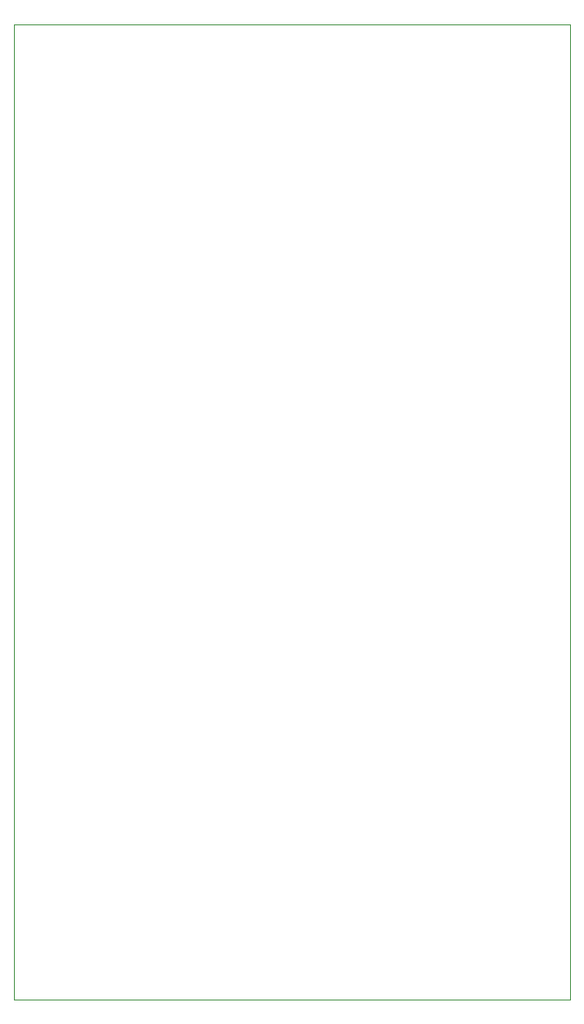
<source format=gbr>
G04 #@! TF.GenerationSoftware,KiCad,Pcbnew,(5.1.0)-1*
G04 #@! TF.CreationDate,2019-11-06T10:51:47-08:00*
G04 #@! TF.ProjectId,SLS_rev1,534c535f-7265-4763-912e-6b696361645f,rev?*
G04 #@! TF.SameCoordinates,Original*
G04 #@! TF.FileFunction,Profile,NP*
%FSLAX46Y46*%
G04 Gerber Fmt 4.6, Leading zero omitted, Abs format (unit mm)*
G04 Created by KiCad (PCBNEW (5.1.0)-1) date 2019-11-06 10:51:47*
%MOMM*%
%LPD*%
G04 APERTURE LIST*
%ADD10C,0.050000*%
G04 APERTURE END LIST*
D10*
X73270000Y-63182000D02*
X73270000Y-157802000D01*
X127270000Y-63182000D02*
X73270000Y-63182000D01*
X127270000Y-157810000D02*
X127270000Y-63182000D01*
X73270000Y-157802000D02*
X127270000Y-157810000D01*
M02*

</source>
